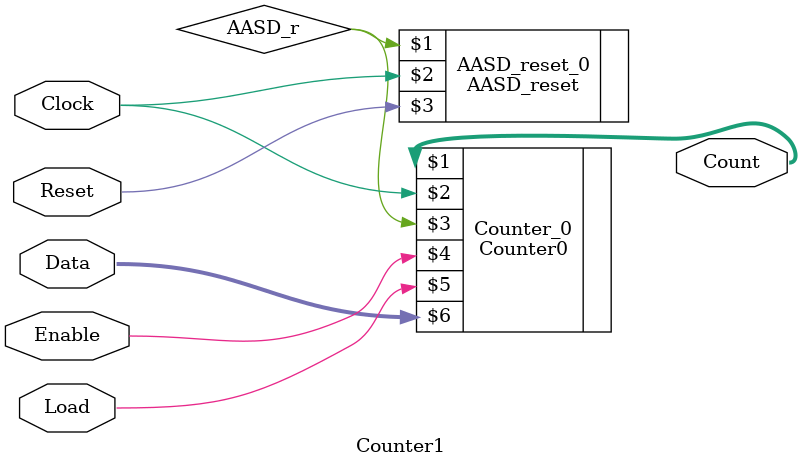
<source format=v>
/***************************************************************************
 *** ***
 *** ECE 526 L Experiment #5 		Vedi Ghahremanyans, Spring, 2022 ***
 *** 									 ***
 *** Experiment #5 8bit Up Counter		         		 ***
 *** 								   	 ***
 ***************************************************************************
 *** Filename: Counter1.v 		   Created by Vedi GH, 3/01/2022 ***
 *** --- revision history, if any, goes here --- 			 ***
 ***************************************************************************
 *** 8 bit up counter top module including:				 ***
 *** AASD_reset and Counter0 modules	 			 	 ***
 *** 	   							 	 ***
 ***************************************************************************/
`timescale 1 ns/ 1 ns

module Counter1(Count, Clock, Reset, Enable, Load, Data);

//declaring inputs and outputs	
	input Clock, Reset, Enable, Load;
	input [7:0] Data;
	output wire [7:0] Count;

//instances for Counter0 and AASD_reset modules
AASD_reset	AASD_reset_0(AASD_r, Clock, Reset); //Having AASD_r as reset so we can use it in Counter0 instantiation

Counter0	Counter_0(Count, Clock, AASD_r, Enable, Load, Data);

endmodule

</source>
